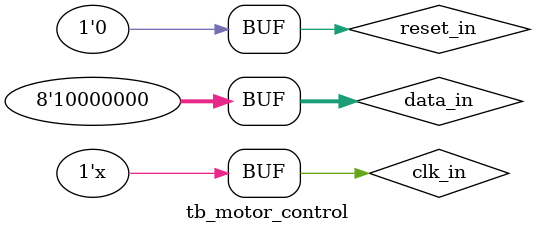
<source format=v>
`timescale 1ns / 1ps


module tb_motor_control;

	// Inputs
	reg [7:0] data_in;
	reg clk_in;
	reg reset_in;

	// Outputs
	wire m1_direction_out;
	wire m2_direction_out;
	wire [7:0] m1_speed_out;
	wire [7:0] m2_speed_out;

	// Instantiate the Unit Under Test (UUT)
	MotorControl uut (
		.data_in(data_in), 
		.clk_in(clk_in), 
		.reset_in(reset_in), 
		.m1_direction_out(m1_direction_out), 
		.m2_direction_out(m2_direction_out), 
		.m1_speed_out(m1_speed_out), 
		.m2_speed_out(m2_speed_out)
	);

	always #5 clk_in = ~clk_in;
	initial begin
		// Initialize Inputs
		data_in = 0;
		clk_in = 0;
		reset_in = 0;

		// Wait 100 ns for global reset to finish
		#100; reset_in = 1; #10 reset_in = 0;
		
		#100; data_in = 128;
		#100; data_in = 1;
		#100; data_in = 128;
		#100; data_in = 2;
		#100; data_in = 128;
		#100; data_in = 128;
        
		// Add stimulus here

	end
      
endmodule


</source>
